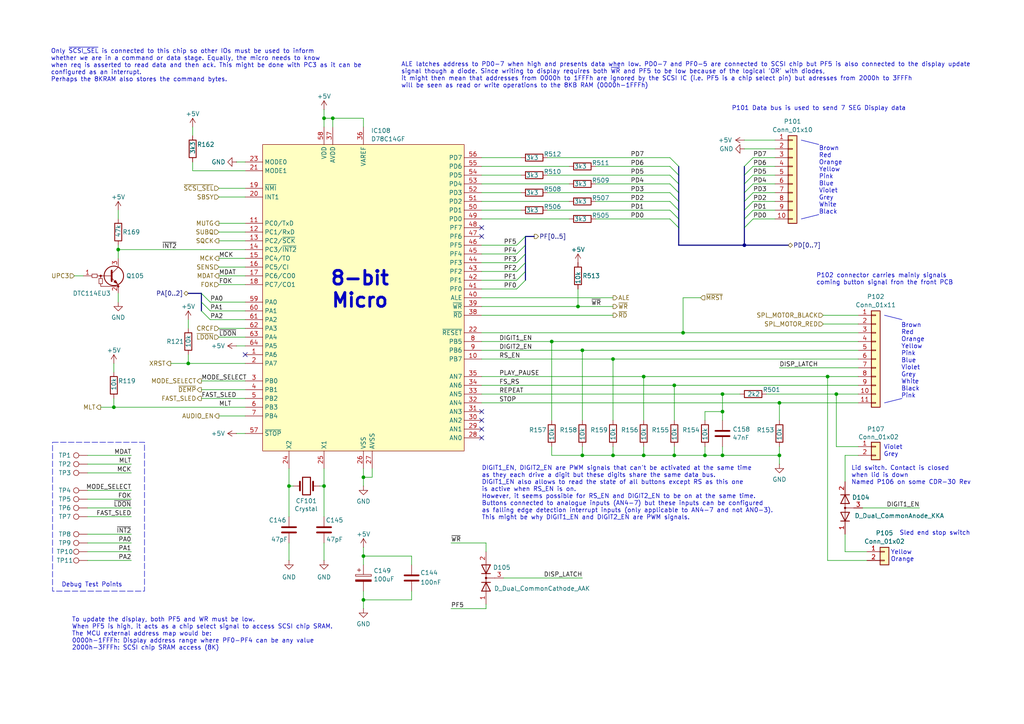
<source format=kicad_sch>
(kicad_sch (version 20231120) (generator "eeschema") (generator_version "8.0")
  (paper "A4")
  (title_block (title "PC-Engine CDR-30A (CD-ROM2) MAIN PWR Reproduction") (date "2025-02-26") (rev "0.1") (company "Author: Regis Galland"))
  (lib_symbols
    (symbol "Connector:TestPoint" (pin_numbers hide) (pin_names (offset 0.762) hide)
      (property "Reference" "TP" (at 0 6.858 0))
      (property "Value" "TestPoint" (at 0 5.08 0))
      (symbol "TestPoint_0_1"
        (circle (center 0 3.302) (radius 0.762))
      )
      (symbol "TestPoint_1_1"
        (pin passive line (at 0 0 90) (length 2.54) (name "1") (number "1"))
      )
    )
    (symbol "Connector_Generic:Conn_01x02" (pin_names (offset 1.016) hide)
      (property "Reference" "J" (at 0 2.54 0))
      (property "Value" "Conn_01x02" (at 0 -5.08 0))
      (symbol "Conn_01x02_1_1"
        (rectangle (start -1.27 -2.413) (end 0 -2.667) (stroke (width 0.1524)))
        (rectangle (start -1.27 0.127) (end 0 -0.127) (stroke (width 0.1524)))
        (rectangle (start -1.27 1.27) (end 1.27 -3.81) (stroke (width 0.254)) (fill (type background)))
        (pin passive line (at -5.08 0 0) (length 3.81) (name "Pin_1") (number "1"))
        (pin passive line (at -5.08 -2.54 0) (length 3.81) (name "Pin_2") (number "2"))
      )
    )
    (symbol "Connector_Generic:Conn_01x10" (pin_names (offset 1.016) hide)
      (property "Reference" "J" (at 0 12.7 0))
      (property "Value" "Conn_01x10" (at 0 -15.24 0))
      (symbol "Conn_01x10_1_1"
        (rectangle (start -1.27 -12.573) (end 0 -12.827) (stroke (width 0.1524)))
        (rectangle (start -1.27 -10.033) (end 0 -10.287) (stroke (width 0.1524)))
        (rectangle (start -1.27 -7.493) (end 0 -7.747) (stroke (width 0.1524)))
        (rectangle (start -1.27 -4.953) (end 0 -5.207) (stroke (width 0.1524)))
        (rectangle (start -1.27 -2.413) (end 0 -2.667) (stroke (width 0.1524)))
        (rectangle (start -1.27 0.127) (end 0 -0.127) (stroke (width 0.1524)))
        (rectangle (start -1.27 2.667) (end 0 2.413) (stroke (width 0.1524)))
        (rectangle (start -1.27 5.207) (end 0 4.953) (stroke (width 0.1524)))
        (rectangle (start -1.27 7.747) (end 0 7.493) (stroke (width 0.1524)))
        (rectangle (start -1.27 10.287) (end 0 10.033) (stroke (width 0.1524)))
        (rectangle (start -1.27 11.43) (end 1.27 -13.97) (stroke (width 0.254)) (fill (type background)))
        (pin passive line (at -5.08 10.16 0) (length 3.81) (name "Pin_1") (number "1"))
        (pin passive line (at -5.08 -12.7 0) (length 3.81) (name "Pin_10") (number "10"))
        (pin passive line (at -5.08 7.62 0) (length 3.81) (name "Pin_2") (number "2"))
        (pin passive line (at -5.08 5.08 0) (length 3.81) (name "Pin_3") (number "3"))
        (pin passive line (at -5.08 2.54 0) (length 3.81) (name "Pin_4") (number "4"))
        (pin passive line (at -5.08 0 0) (length 3.81) (name "Pin_5") (number "5"))
        (pin passive line (at -5.08 -2.54 0) (length 3.81) (name "Pin_6") (number "6"))
        (pin passive line (at -5.08 -5.08 0) (length 3.81) (name "Pin_7") (number "7"))
        (pin passive line (at -5.08 -7.62 0) (length 3.81) (name "Pin_8") (number "8"))
        (pin passive line (at -5.08 -10.16 0) (length 3.81) (name "Pin_9") (number "9"))
      )
    )
    (symbol "Connector_Generic:Conn_01x11" (pin_names (offset 1.016) hide)
      (property "Reference" "J" (at 0 15.24 0))
      (property "Value" "Conn_01x11" (at 0 -15.24 0))
      (symbol "Conn_01x11_1_1"
        (rectangle (start -1.27 -12.573) (end 0 -12.827) (stroke (width 0.1524)))
        (rectangle (start -1.27 -10.033) (end 0 -10.287) (stroke (width 0.1524)))
        (rectangle (start -1.27 -7.493) (end 0 -7.747) (stroke (width 0.1524)))
        (rectangle (start -1.27 -4.953) (end 0 -5.207) (stroke (width 0.1524)))
        (rectangle (start -1.27 -2.413) (end 0 -2.667) (stroke (width 0.1524)))
        (rectangle (start -1.27 0.127) (end 0 -0.127) (stroke (width 0.1524)))
        (rectangle (start -1.27 2.667) (end 0 2.413) (stroke (width 0.1524)))
        (rectangle (start -1.27 5.207) (end 0 4.953) (stroke (width 0.1524)))
        (rectangle (start -1.27 7.747) (end 0 7.493) (stroke (width 0.1524)))
        (rectangle (start -1.27 10.287) (end 0 10.033) (stroke (width 0.1524)))
        (rectangle (start -1.27 12.827) (end 0 12.573) (stroke (width 0.1524)))
        (rectangle (start -1.27 13.97) (end 1.27 -13.97) (stroke (width 0.254)) (fill (type background)))
        (pin passive line (at -5.08 12.7 0) (length 3.81) (name "Pin_1") (number "1"))
        (pin passive line (at -5.08 -10.16 0) (length 3.81) (name "Pin_10") (number "10"))
        (pin passive line (at -5.08 -12.7 0) (length 3.81) (name "Pin_11") (number "11"))
        (pin passive line (at -5.08 10.16 0) (length 3.81) (name "Pin_2") (number "2"))
        (pin passive line (at -5.08 7.62 0) (length 3.81) (name "Pin_3") (number "3"))
        (pin passive line (at -5.08 5.08 0) (length 3.81) (name "Pin_4") (number "4"))
        (pin passive line (at -5.08 2.54 0) (length 3.81) (name "Pin_5") (number "5"))
        (pin passive line (at -5.08 0 0) (length 3.81) (name "Pin_6") (number "6"))
        (pin passive line (at -5.08 -2.54 0) (length 3.81) (name "Pin_7") (number "7"))
        (pin passive line (at -5.08 -5.08 0) (length 3.81) (name "Pin_8") (number "8"))
        (pin passive line (at -5.08 -7.62 0) (length 3.81) (name "Pin_9") (number "9"))
      )
    )
    (symbol "Device:C" (pin_numbers hide) (pin_names (offset 0.254))
      (property "Reference" "C" (at 0.635 2.54 0))
      (property "Value" "C" (at 0.635 -2.54 0))
      (symbol "C_0_1"
        (polyline (pts (xy -2.032 -0.762) (xy 2.032 -0.762)) (stroke (width 0.508)))
        (polyline (pts (xy -2.032 0.762) (xy 2.032 0.762)) (stroke (width 0.508)))
      )
      (symbol "C_1_1"
        (pin passive line (at 0 3.81 270) (length 2.794) (name "~") (number "1"))
        (pin passive line (at 0 -3.81 90) (length 2.794) (name "~") (number "2"))
      )
    )
    (symbol "Device:C_Polarized" (pin_numbers hide) (pin_names (offset 0.254))
      (property "Reference" "C" (at 0.635 2.54 0))
      (property "Value" "C_Polarized" (at 0.635 -2.54 0))
      (symbol "C_Polarized_0_1"
        (rectangle (start -2.286 0.508) (end 2.286 1.016))
        (polyline (pts (xy -1.778 2.286) (xy -0.762 2.286)))
        (polyline (pts (xy -1.27 2.794) (xy -1.27 1.778)))
        (rectangle (start 2.286 -0.508) (end -2.286 -1.016) (fill (type outline)))
      )
      (symbol "C_Polarized_1_1"
        (pin passive line (at 0 3.81 270) (length 2.794) (name "~") (number "1"))
        (pin passive line (at 0 -3.81 90) (length 2.794) (name "~") (number "2"))
      )
    )
    (symbol "Device:Crystal" (pin_numbers hide) (pin_names (offset 1.016) hide)
      (property "Reference" "Y" (at 0 3.81 0))
      (property "Value" "Crystal" (at 0 -3.81 0))
      (symbol "Crystal_0_1"
        (rectangle (start -1.143 2.54) (end 1.143 -2.54) (stroke (width 0.3048)))
        (polyline (pts (xy -2.54 0) (xy -1.905 0)))
        (polyline (pts (xy -1.905 -1.27) (xy -1.905 1.27)) (stroke (width 0.508)))
        (polyline (pts (xy 1.905 -1.27) (xy 1.905 1.27)) (stroke (width 0.508)))
        (polyline (pts (xy 2.54 0) (xy 1.905 0)))
      )
      (symbol "Crystal_1_1"
        (pin passive line (at -3.81 0 0) (length 1.27) (name "1") (number "1"))
        (pin passive line (at 3.81 0 180) (length 1.27) (name "2") (number "2"))
      )
    )
    (symbol "Device:D_Dual_CommonAnode_KKA" (pin_names (offset 0.762) hide)
      (property "Reference" "D" (at 1.27 -2.54 0))
      (property "Value" "D_Dual_CommonAnode_KKA" (at 0 2.54 0))
      (symbol "D_Dual_CommonAnode_KKA_0_1"
        (polyline (pts (xy -3.81 0) (xy 3.81 0)))
        (polyline (pts (xy 0 0) (xy 0 -2.54)))
        (polyline (pts (xy -3.81 1.27) (xy -3.81 -1.27) (xy -3.81 -1.27)) (stroke (width 0.254)))
        (polyline (pts (xy 3.81 1.27) (xy 3.81 -1.27) (xy 3.81 -1.27)) (stroke (width 0.254)))
        (polyline (pts (xy -1.27 -1.27) (xy -3.81 0) (xy -1.27 1.27) (xy -1.27 -1.27) (xy -1.27 -1.27) (xy -1.27 -1.27)) (stroke (width 0.254)))
        (polyline (pts (xy 1.27 1.27) (xy 3.81 0) (xy 1.27 -1.27) (xy 1.27 1.27) (xy 1.27 1.27) (xy 1.27 1.27)) (stroke (width 0.254)))
        (circle (center 0 0) (radius 0.254) (fill (type outline)))
        (pin passive line (at -7.62 0 0) (length 3.81) (name "K") (number "1"))
        (pin passive line (at 7.62 0 180) (length 3.81) (name "K") (number "2"))
        (pin passive line (at 0 -5.08 90) (length 2.54) (name "A") (number "3"))
      )
    )
    (symbol "Device:D_Dual_CommonCathode_AAK" (pin_names (offset 0.762) hide)
      (property "Reference" "D" (at 1.27 -2.54 0))
      (property "Value" "D_Dual_CommonCathode_AAK" (at 0 2.54 0))
      (symbol "D_Dual_CommonCathode_AAK_0_1"
        (polyline (pts (xy -3.81 0) (xy 3.81 0)))
        (polyline (pts (xy 0 0) (xy 0 -2.54)))
        (polyline (pts (xy -1.27 -1.27) (xy -1.27 1.27) (xy -1.27 1.27)) (stroke (width 0.254)))
        (polyline (pts (xy 1.27 -1.27) (xy 1.27 1.27) (xy 1.27 1.27)) (stroke (width 0.254)))
        (polyline (pts (xy -3.81 1.27) (xy -1.27 0) (xy -3.81 -1.27) (xy -3.81 1.27) (xy -3.81 1.27) (xy -3.81 1.27)) (stroke (width 0.254)))
        (polyline (pts (xy 3.81 -1.27) (xy 1.27 0) (xy 3.81 1.27) (xy 3.81 -1.27) (xy 3.81 -1.27) (xy 3.81 -1.27)) (stroke (width 0.254)))
        (circle (center 0 0) (radius 0.254) (fill (type outline)))
        (pin passive line (at -7.62 0 0) (length 3.81) (name "A") (number "1"))
        (pin passive line (at 7.62 0 180) (length 3.81) (name "A") (number "2"))
        (pin passive line (at 0 -5.08 90) (length 2.54) (name "K") (number "3"))
      )
    )
    (symbol "Device:R" (pin_numbers hide) (pin_names (offset 0))
      (property "Reference" "R" (at 2.032 0 90))
      (property "Value" "R" (at 0 0 90))
      (symbol "R_0_1"
        (rectangle (start -1.016 -2.54) (end 1.016 2.54) (stroke (width 0.254)))
      )
      (symbol "R_1_1"
        (pin passive line (at 0 3.81 270) (length 1.27) (name "~") (number "1"))
        (pin passive line (at 0 -3.81 90) (length 1.27) (name "~") (number "2"))
      )
    )
    (symbol "PC-Engine_CDR-30:D78C14GF"
      (property "Reference" "IC108" (at 16.1641 44.6575 0))
      (property "Value" "D78C14GF" (at 16.1641 42.2332 0))
      (symbol "D78C14GF_1_1"
        (rectangle (start -29.21 40.64) (end 29.21 -48.26) (fill (type background)))
        (pin passive line (at -34.29 -20.32 0) (length 5.08) (name "PA6") (number "1"))
        (pin passive line (at 34.29 -21.59 180) (length 5.08) (name "PB7") (number "10"))
        (pin passive line (at -34.29 17.78 0) (length 5.08) (name "PC0/TxD") (number "11"))
        (pin passive line (at -34.29 15.24 0) (length 5.08) (name "PC1/RxD") (number "12"))
        (pin passive line (at -34.29 12.7 0) (length 5.08) (name "PC2/~{SCK}") (number "13"))
        (pin passive line (at -34.29 10.16 0) (length 5.08) (name "PC3/~{INT2}") (number "14"))
        (pin passive line (at -34.29 7.62 0) (length 5.08) (name "PC4/TO") (number "15"))
        (pin passive line (at -34.29 5.08 0) (length 5.08) (name "PC5/CI") (number "16"))
        (pin passive line (at -34.29 2.54 0) (length 5.08) (name "PC6/CO0") (number "17"))
        (pin passive line (at -34.29 0 0) (length 5.08) (name "PC7/CO1") (number "18"))
        (pin passive line (at -34.29 27.94 0) (length 5.08) (name "~{NMI}") (number "19"))
        (pin passive line (at -34.29 -22.86 0) (length 5.08) (name "PA7") (number "2"))
        (pin passive line (at -34.29 25.4 0) (length 5.08) (name "INT1") (number "20"))
        (pin passive line (at -34.29 33.02 0) (length 5.08) (name "MODE1") (number "21"))
        (pin passive line (at 34.29 -13.97 180) (length 5.08) (name "~{RESET}") (number "22"))
        (pin passive line (at -34.29 35.56 0) (length 5.08) (name "MODE0") (number "23"))
        (pin passive line (at -21.59 -53.34 90) (length 5.08) (name "X2") (number "24"))
        (pin passive line (at -11.43 -53.34 90) (length 5.08) (name "X1") (number "25"))
        (pin passive line (at 0 -53.34 90) (length 5.08) (name "VSS") (number "26"))
        (pin passive line (at 2.54 -53.34 90) (length 5.08) (name "AVSS") (number "27"))
        (pin passive line (at 34.29 -44.45 180) (length 5.08) (name "AN0") (number "28"))
        (pin passive line (at 34.29 -41.91 180) (length 5.08) (name "AN1") (number "29"))
        (pin passive line (at -34.29 -27.94 0) (length 5.08) (name "PB0") (number "3"))
        (pin passive line (at 34.29 -39.37 180) (length 5.08) (name "AN2") (number "30"))
        (pin passive line (at 34.29 -36.83 180) (length 5.08) (name "AN3") (number "31"))
        (pin passive line (at 34.29 -34.29 180) (length 5.08) (name "AN4") (number "32"))
        (pin passive line (at 34.29 -31.75 180) (length 5.08) (name "AN5") (number "33"))
        (pin passive line (at 34.29 -29.21 180) (length 5.08) (name "AN6") (number "34"))
        (pin passive line (at 34.29 -26.67 180) (length 5.08) (name "AN7") (number "35"))
        (pin passive line (at 0 45.72 270) (length 5.08) (name "VAREF") (number "36"))
        (pin passive line (at -8.89 45.72 270) (length 5.08) (name "AVDD") (number "37"))
        (pin passive line (at 34.29 -8.89 180) (length 5.08) (name "~{RD}") (number "38"))
        (pin passive line (at 34.29 -6.35 180) (length 5.08) (name "~{WR}") (number "39"))
        (pin passive line (at -34.29 -30.48 0) (length 5.08) (name "PB1") (number "4"))
        (pin passive line (at 34.29 -3.81 180) (length 5.08) (name "ALE") (number "40"))
        (pin passive line (at 34.29 -1.27 180) (length 5.08) (name "PF0") (number "41"))
        (pin passive line (at 34.29 1.27 180) (length 5.08) (name "PF1") (number "42"))
        (pin passive line (at 34.29 3.81 180) (length 5.08) (name "PF2") (number "43"))
        (pin passive line (at 34.29 6.35 180) (length 5.08) (name "PF3") (number "44"))
        (pin passive line (at 34.29 8.89 180) (length 5.08) (name "PF4") (number "45"))
        (pin passive line (at 34.29 11.43 180) (length 5.08) (name "PF5") (number "46"))
        (pin passive line (at 34.29 13.97 180) (length 5.08) (name "PF6") (number "47"))
        (pin passive line (at 34.29 16.51 180) (length 5.08) (name "PF7") (number "48"))
        (pin passive line (at 34.29 19.05 180) (length 5.08) (name "PD0") (number "49"))
        (pin passive line (at -34.29 -33.02 0) (length 5.08) (name "PB2") (number "5"))
        (pin passive line (at 34.29 21.59 180) (length 5.08) (name "PD1") (number "50"))
        (pin passive line (at 34.29 24.13 180) (length 5.08) (name "PD2") (number "51"))
        (pin passive line (at 34.29 26.67 180) (length 5.08) (name "PD3") (number "52"))
        (pin passive line (at 34.29 29.21 180) (length 5.08) (name "PD4") (number "53"))
        (pin passive line (at 34.29 31.75 180) (length 5.08) (name "PD5") (number "54"))
        (pin passive line (at 34.29 34.29 180) (length 5.08) (name "PD6") (number "55"))
        (pin passive line (at 34.29 36.83 180) (length 5.08) (name "PD7") (number "56"))
        (pin passive line (at -34.29 -43.18 0) (length 5.08) (name "~{STOP}") (number "57"))
        (pin passive line (at -11.43 45.72 270) (length 5.08) (name "VDD") (number "58"))
        (pin passive line (at -34.29 -5.08 0) (length 5.08) (name "PA0") (number "59"))
        (pin passive line (at -34.29 -35.56 0) (length 5.08) (name "PB3") (number "6"))
        (pin passive line (at -34.29 -7.62 0) (length 5.08) (name "PA1") (number "60"))
        (pin passive line (at -34.29 -10.16 0) (length 5.08) (name "PA2") (number "61"))
        (pin passive line (at -34.29 -12.7 0) (length 5.08) (name "PA3") (number "62"))
        (pin passive line (at -34.29 -15.24 0) (length 5.08) (name "PA4") (number "63"))
        (pin passive line (at -34.29 -17.78 0) (length 5.08) (name "PA5") (number "64"))
        (pin passive line (at -34.29 -38.1 0) (length 5.08) (name "PB4") (number "7"))
        (pin passive line (at 34.29 -16.51 180) (length 5.08) (name "PB5") (number "8"))
        (pin passive line (at 34.29 -19.05 180) (length 5.08) (name "PB6") (number "9"))
      )
    )
    (symbol "PC-Engine_CDR-30:DTC114EU3" (pin_names hide)
      (property "Reference" "Q" (at 3.81 1.27 0))
      (property "Value" "DTC114EU3" (at 3.81 -1.27 0))
      (symbol "DTC114EU3_0_1"
        (rectangle (start -6.35 0.508) (end -4.826 -0.508))
        (rectangle (start -4.318 -2.286) (end -3.302 -0.762))
        (circle (center -3.81 0) (radius 0.254) (fill (type outline)))
        (polyline (pts (xy -3.81 -0.762) (xy -3.81 0)))
        (polyline (pts (xy -0.762 0) (xy -4.826 0)))
        (polyline (pts (xy -0.635 1.524) (xy -0.635 -1.524)) (stroke (width 0.508)))
        (polyline (pts (xy -3.81 -2.286) (xy -3.81 -3.048) (xy 1.27 -3.048)))
        (circle (center 1.27 -3.048) (radius 0.254) (fill (type outline)))
      )
      (symbol "DTC114EU3_1_1"
        (polyline (pts (xy -0.635 0.635) (xy 1.27 2.54)))
        (polyline (pts (xy -0.635 -0.635) (xy 1.27 -2.54) (xy 1.27 -2.54)))
        (polyline (pts (xy 0 -1.778) (xy 0.508 -1.27) (xy 1.016 -2.286) (xy 0 -1.778) (xy 0 -1.778)) (fill (type outline)))
        (circle (center 0 0) (radius 2.8194) (stroke (width 0.254)))
        (pin input line (at -8.89 0 0) (length 2.54) (name "B") (number "1"))
        (pin passive line (at 1.27 -5.08 90) (length 2.54) (name "E") (number "2"))
        (pin passive line (at 1.27 5.08 270) (length 2.54) (name "C") (number "3"))
      )
    )
    (symbol "power:+5V" (power) (pin_numbers hide) (pin_names (offset 0) hide)
      (property "Value" "+5V" (at 0 3.556 0))
      (symbol "+5V_0_1"
        (polyline (pts (xy -0.762 1.27) (xy 0 2.54)))
        (polyline (pts (xy 0 0) (xy 0 2.54)))
        (polyline (pts (xy 0 2.54) (xy 0.762 1.27)))
      )
      (symbol "+5V_1_1"
        (pin power_in line (at 0 0 90) (length 0) (name "~") (number "1"))
      )
    )
    (symbol "power:GND" (power) (pin_numbers hide) (pin_names (offset 0) hide)
      (property "Value" "GND" (at 0 -3.81 0))
      (symbol "GND_0_1"
        (polyline (pts (xy 0 0) (xy 0 -1.27) (xy 1.27 -1.27) (xy 0 -2.54) (xy -1.27 -1.27) (xy 0 -1.27)))
      )
      (symbol "GND_1_1"
        (pin power_in line (at 0 0 270) (length 0) (name "~") (number "1"))
      )
    )
  )
  (junction (at 105.41 161.29))
  (junction (at 209.55 119.38))
  (junction (at 93.98 140.97))
  (junction (at 93.98 34.29))
  (junction (at 105.41 173.99))
  (junction (at 34.29 72.39))
  (junction (at 105.41 138.43))
  (junction (at 198.12 96.52))
  (junction (at 33.02 118.11))
  (junction (at 240.03 109.22))
  (junction (at 242.57 114.3))
  (junction (at 177.8 132.08))
  (junction (at 195.58 132.08))
  (junction (at 168.91 101.6))
  (junction (at 186.69 132.08))
  (junction (at 168.91 132.08))
  (junction (at 226.06 116.84))
  (junction (at 204.47 132.08))
  (junction (at 167.64 88.9))
  (junction (at 209.55 132.08))
  (junction (at 215.9 71.12))
  (junction (at 160.02 99.06))
  (junction (at 186.69 109.22))
  (junction (at 209.55 114.3))
  (junction (at 54.61 105.41))
  (junction (at 96.52 34.29))
  (junction (at 195.58 111.76))
  (junction (at 226.06 132.08))
  (junction (at 83.82 140.97))
  (junction (at 177.8 104.14))
  (no_connect (at 139.7 68.58))
  (no_connect (at 139.7 119.38))
  (no_connect (at 139.7 66.04))
  (no_connect (at 139.7 121.92))
  (no_connect (at 71.12 102.87))
  (no_connect (at 139.7 124.46))
  (no_connect (at 139.7 127))
  (bus_entry (at 196.85 55.88) (size -2.54 -2.54))
  (bus_entry (at 196.85 58.42) (size -2.54 -2.54))
  (bus_entry (at 149.86 83.82) (size 2.54 -2.54))
  (bus_entry (at 196.85 48.26) (size -2.54 -2.54))
  (bus_entry (at 218.44 58.42) (size -2.54 2.54))
  (bus_entry (at 218.44 45.72) (size -2.54 2.54))
  (bus_entry (at 149.86 73.66) (size 2.54 -2.54))
  (bus_entry (at 196.85 60.96) (size -2.54 -2.54))
  (bus_entry (at 58.42 90.17) (size 2.54 2.54))
  (bus_entry (at 218.44 48.26) (size -2.54 2.54))
  (bus_entry (at 58.42 85.09) (size 2.54 2.54))
  (bus_entry (at 196.85 50.8) (size -2.54 -2.54))
  (bus_entry (at 149.86 71.12) (size 2.54 -2.54))
  (bus_entry (at 218.44 53.34) (size -2.54 2.54))
  (bus_entry (at 58.42 87.63) (size 2.54 2.54))
  (bus_entry (at 218.44 55.88) (size -2.54 2.54))
  (bus_entry (at 196.85 66.04) (size -2.54 -2.54))
  (bus_entry (at 218.44 60.96) (size -2.54 2.54))
  (bus_entry (at 149.86 78.74) (size 2.54 -2.54))
  (bus_entry (at 149.86 76.2) (size 2.54 -2.54))
  (bus_entry (at 149.86 81.28) (size 2.54 -2.54))
  (bus_entry (at 218.44 50.8) (size -2.54 2.54))
  (bus_entry (at 196.85 53.34) (size -2.54 -2.54))
  (bus_entry (at 196.85 63.5) (size -2.54 -2.54))
  (bus_entry (at 218.44 63.5) (size -2.54 2.54))
  (wire (pts (xy 224.79 43.18) (xy 215.9 43.18)))
  (wire (pts (xy 139.7 50.8) (xy 151.13 50.8)))
  (wire (pts (xy 140.97 157.48) (xy 140.97 160.02)))
  (wire (pts (xy 186.69 129.54) (xy 186.69 132.08)))
  (wire (pts (xy 34.29 60.96) (xy 34.29 63.5)))
  (wire (pts (xy 58.42 115.57) (xy 71.12 115.57)))
  (wire (pts (xy 63.5 77.47) (xy 71.12 77.47)))
  (wire (pts (xy 209.55 114.3) (xy 214.63 114.3)))
  (wire (pts (xy 105.41 161.29) (xy 105.41 163.83)))
  (bus (pts (xy 215.9 58.42) (xy 215.9 60.96)))
  (bus (pts (xy 54.61 85.09) (xy 58.42 85.09)))
  (wire (pts (xy 33.02 115.57) (xy 33.02 118.11)))
  (wire (pts (xy 226.06 116.84) (xy 248.92 116.84)))
  (wire (pts (xy 139.7 91.44) (xy 177.8 91.44)))
  (wire (pts (xy 177.8 104.14) (xy 177.8 121.92)))
  (wire (pts (xy 242.57 114.3) (xy 248.92 114.3)))
  (wire (pts (xy 186.69 109.22) (xy 240.03 109.22)))
  (wire (pts (xy 38.1 137.16) (xy 25.4 137.16)))
  (wire (pts (xy 139.7 55.88) (xy 151.13 55.88)))
  (wire (pts (xy 105.41 161.29) (xy 119.38 161.29)))
  (wire (pts (xy 58.42 110.49) (xy 71.12 110.49)))
  (wire (pts (xy 209.55 114.3) (xy 209.55 119.38)))
  (wire (pts (xy 71.12 67.31) (xy 63.5 67.31)))
  (bus (pts (xy 215.9 50.8) (xy 215.9 53.34)))
  (wire (pts (xy 168.91 129.54) (xy 168.91 132.08)))
  (polyline (pts (xy 256.54 116.84) (xy 261.62 115.57)))
  (wire (pts (xy 54.61 102.87) (xy 54.61 105.41)))
  (bus (pts (xy 215.9 60.96) (xy 215.9 63.5)))
  (wire (pts (xy 34.29 87.63) (xy 34.29 85.09)))
  (wire (pts (xy 195.58 111.76) (xy 248.92 111.76)))
  (wire (pts (xy 251.46 160.02) (xy 245.11 160.02)))
  (wire (pts (xy 119.38 161.29) (xy 119.38 163.83)))
  (wire (pts (xy 240.03 109.22) (xy 248.92 109.22)))
  (wire (pts (xy 55.88 46.99) (xy 55.88 49.53)))
  (wire (pts (xy 139.7 99.06) (xy 160.02 99.06)))
  (wire (pts (xy 168.91 167.64) (xy 146.05 167.64)))
  (wire (pts (xy 63.5 97.79) (xy 71.12 97.79)))
  (bus (pts (xy 196.85 58.42) (xy 196.85 55.88)))
  (wire (pts (xy 238.76 93.98) (xy 248.92 93.98)))
  (wire (pts (xy 168.91 132.08) (xy 177.8 132.08)))
  (wire (pts (xy 105.41 138.43) (xy 105.41 140.97)))
  (wire (pts (xy 139.7 116.84) (xy 226.06 116.84)))
  (wire (pts (xy 209.55 132.08) (xy 226.06 132.08)))
  (wire (pts (xy 218.44 45.72) (xy 224.79 45.72)))
  (wire (pts (xy 160.02 129.54) (xy 160.02 132.08)))
  (wire (pts (xy 55.88 36.83) (xy 55.88 39.37)))
  (wire (pts (xy 139.7 45.72) (xy 151.13 45.72)))
  (wire (pts (xy 130.81 176.53) (xy 140.97 176.53)))
  (bus (pts (xy 196.85 50.8) (xy 196.85 53.34)))
  (wire (pts (xy 198.12 96.52) (xy 248.92 96.52)))
  (wire (pts (xy 130.81 157.48) (xy 140.97 157.48)))
  (wire (pts (xy 242.57 114.3) (xy 222.25 114.3)))
  (wire (pts (xy 63.5 120.65) (xy 71.12 120.65)))
  (wire (pts (xy 139.7 86.36) (xy 177.8 86.36)))
  (wire (pts (xy 160.02 99.06) (xy 248.92 99.06)))
  (wire (pts (xy 177.8 129.54) (xy 177.8 132.08)))
  (wire (pts (xy 68.58 125.73) (xy 71.12 125.73)))
  (polyline (pts (xy 256.54 91.44) (xy 261.62 92.71)))
  (wire (pts (xy 204.47 129.54) (xy 204.47 132.08)))
  (wire (pts (xy 83.82 135.89) (xy 83.82 140.97)))
  (bus (pts (xy 215.9 48.26) (xy 215.9 50.8)))
  (wire (pts (xy 218.44 63.5) (xy 224.79 63.5)))
  (wire (pts (xy 60.96 90.17) (xy 71.12 90.17)))
  (wire (pts (xy 49.53 105.41) (xy 54.61 105.41)))
  (wire (pts (xy 226.06 129.54) (xy 226.06 132.08)))
  (wire (pts (xy 33.02 105.41) (xy 33.02 107.95)))
  (wire (pts (xy 195.58 132.08) (xy 204.47 132.08)))
  (wire (pts (xy 248.92 129.54) (xy 242.57 129.54)))
  (bus (pts (xy 58.42 87.63) (xy 58.42 85.09)))
  (wire (pts (xy 139.7 58.42) (xy 165.1 58.42)))
  (wire (pts (xy 139.7 81.28) (xy 149.86 81.28)))
  (wire (pts (xy 139.7 88.9) (xy 167.64 88.9)))
  (wire (pts (xy 38.1 134.62) (xy 25.4 134.62)))
  (wire (pts (xy 139.7 53.34) (xy 165.1 53.34)))
  (wire (pts (xy 139.7 48.26) (xy 165.1 48.26)))
  (wire (pts (xy 218.44 58.42) (xy 224.79 58.42)))
  (wire (pts (xy 245.11 139.7) (xy 245.11 132.08)))
  (wire (pts (xy 186.69 132.08) (xy 195.58 132.08)))
  (wire (pts (xy 139.7 78.74) (xy 149.86 78.74)))
  (wire (pts (xy 204.47 119.38) (xy 204.47 121.92)))
  (wire (pts (xy 172.72 63.5) (xy 194.31 63.5)))
  (wire (pts (xy 139.7 111.76) (xy 195.58 111.76)))
  (wire (pts (xy 204.47 132.08) (xy 209.55 132.08)))
  (wire (pts (xy 139.7 60.96) (xy 151.13 60.96)))
  (wire (pts (xy 139.7 71.12) (xy 149.86 71.12)))
  (bus (pts (xy 152.4 78.74) (xy 152.4 81.28)))
  (bus (pts (xy 215.9 53.34) (xy 215.9 55.88)))
  (wire (pts (xy 38.1 157.48) (xy 25.4 157.48)))
  (wire (pts (xy 251.46 162.56) (xy 240.03 162.56)))
  (bus (pts (xy 215.9 66.04) (xy 215.9 71.12)))
  (wire (pts (xy 218.44 50.8) (xy 224.79 50.8)))
  (wire (pts (xy 55.88 49.53) (xy 71.12 49.53)))
  (wire (pts (xy 245.11 132.08) (xy 248.92 132.08)))
  (wire (pts (xy 226.06 116.84) (xy 226.06 121.92)))
  (wire (pts (xy 240.03 109.22) (xy 240.03 162.56)))
  (bus (pts (xy 152.4 76.2) (xy 152.4 78.74)))
  (wire (pts (xy 38.1 160.02) (xy 25.4 160.02)))
  (bus (pts (xy 196.85 60.96) (xy 196.85 58.42)))
  (wire (pts (xy 38.1 149.86) (xy 25.4 149.86)))
  (wire (pts (xy 38.1 147.32) (xy 25.4 147.32)))
  (wire (pts (xy 68.58 46.99) (xy 71.12 46.99)))
  (wire (pts (xy 38.1 132.08) (xy 25.4 132.08)))
  (wire (pts (xy 63.5 74.93) (xy 71.12 74.93)))
  (polyline (pts (xy 232.41 63.5) (xy 237.49 62.23)))
  (wire (pts (xy 160.02 132.08) (xy 168.91 132.08)))
  (wire (pts (xy 63.5 54.61) (xy 71.12 54.61)))
  (wire (pts (xy 38.1 142.24) (xy 25.4 142.24)))
  (bus (pts (xy 196.85 66.04) (xy 196.85 63.5)))
  (bus (pts (xy 196.85 71.12) (xy 196.85 66.04)))
  (wire (pts (xy 83.82 140.97) (xy 83.82 149.86)))
  (wire (pts (xy 105.41 171.45) (xy 105.41 173.99)))
  (wire (pts (xy 96.52 34.29) (xy 96.52 36.83)))
  (wire (pts (xy 38.1 154.94) (xy 25.4 154.94)))
  (wire (pts (xy 139.7 104.14) (xy 177.8 104.14)))
  (wire (pts (xy 139.7 76.2) (xy 149.86 76.2)))
  (wire (pts (xy 218.44 55.88) (xy 224.79 55.88)))
  (wire (pts (xy 209.55 129.54) (xy 209.55 132.08)))
  (wire (pts (xy 158.75 60.96) (xy 194.31 60.96)))
  (wire (pts (xy 168.91 101.6) (xy 248.92 101.6)))
  (wire (pts (xy 203.2 86.36) (xy 198.12 86.36)))
  (bus (pts (xy 196.85 50.8) (xy 196.85 48.26)))
  (wire (pts (xy 38.1 144.78) (xy 25.4 144.78)))
  (wire (pts (xy 139.7 109.22) (xy 186.69 109.22)))
  (wire (pts (xy 83.82 140.97) (xy 85.09 140.97)))
  (wire (pts (xy 139.7 96.52) (xy 198.12 96.52)))
  (wire (pts (xy 160.02 99.06) (xy 160.02 121.92)))
  (bus (pts (xy 196.85 63.5) (xy 196.85 60.96)))
  (wire (pts (xy 105.41 176.53) (xy 105.41 173.99)))
  (wire (pts (xy 167.64 83.82) (xy 167.64 88.9)))
  (wire (pts (xy 105.41 135.89) (xy 105.41 138.43)))
  (wire (pts (xy 34.29 72.39) (xy 34.29 74.93)))
  (wire (pts (xy 158.75 50.8) (xy 194.31 50.8)))
  (wire (pts (xy 226.06 106.68) (xy 248.92 106.68)))
  (bus (pts (xy 215.9 55.88) (xy 215.9 58.42)))
  (wire (pts (xy 218.44 60.96) (xy 224.79 60.96)))
  (wire (pts (xy 105.41 138.43) (xy 107.95 138.43)))
  (wire (pts (xy 172.72 53.34) (xy 194.31 53.34)))
  (wire (pts (xy 158.75 55.88) (xy 194.31 55.88)))
  (wire (pts (xy 139.7 83.82) (xy 149.86 83.82)))
  (wire (pts (xy 218.44 48.26) (xy 224.79 48.26)))
  (wire (pts (xy 186.69 121.92) (xy 186.69 109.22)))
  (wire (pts (xy 63.5 80.01) (xy 71.12 80.01)))
  (wire (pts (xy 198.12 86.36) (xy 198.12 96.52)))
  (wire (pts (xy 93.98 140.97) (xy 93.98 149.86)))
  (wire (pts (xy 139.7 101.6) (xy 168.91 101.6)))
  (wire (pts (xy 93.98 140.97) (xy 93.98 135.89)))
  (bus (pts (xy 152.4 71.12) (xy 152.4 73.66)))
  (bus (pts (xy 196.85 71.12) (xy 215.9 71.12)))
  (wire (pts (xy 105.41 158.75) (xy 105.41 161.29)))
  (wire (pts (xy 54.61 92.71) (xy 54.61 95.25)))
  (polyline (pts (xy 232.41 40.64) (xy 237.49 41.91)))
  (wire (pts (xy 93.98 34.29) (xy 96.52 34.29)))
  (wire (pts (xy 105.41 34.29) (xy 96.52 34.29)))
  (wire (pts (xy 266.7 147.32) (xy 250.19 147.32)))
  (wire (pts (xy 139.7 114.3) (xy 209.55 114.3)))
  (wire (pts (xy 71.12 113.03) (xy 58.42 113.03)))
  (bus (pts (xy 215.9 71.12) (xy 228.6 71.12)))
  (bus (pts (xy 58.42 90.17) (xy 58.42 87.63)))
  (bus (pts (xy 152.4 68.58) (xy 152.4 71.12)))
  (wire (pts (xy 226.06 132.08) (xy 226.06 134.62)))
  (bus (pts (xy 215.9 63.5) (xy 215.9 66.04)))
  (wire (pts (xy 172.72 58.42) (xy 194.31 58.42)))
  (wire (pts (xy 83.82 162.56) (xy 83.82 157.48)))
  (wire (pts (xy 158.75 45.72) (xy 194.31 45.72)))
  (wire (pts (xy 168.91 101.6) (xy 168.91 121.92)))
  (bus (pts (xy 152.4 68.58) (xy 154.94 68.58)))
  (wire (pts (xy 38.1 162.56) (xy 25.4 162.56)))
  (wire (pts (xy 245.11 160.02) (xy 245.11 154.94)))
  (wire (pts (xy 63.5 57.15) (xy 71.12 57.15)))
  (wire (pts (xy 34.29 71.12) (xy 34.29 72.39)))
  (wire (pts (xy 140.97 176.53) (xy 140.97 175.26)))
  (wire (pts (xy 218.44 53.34) (xy 224.79 53.34)))
  (wire (pts (xy 167.64 88.9) (xy 177.8 88.9)))
  (wire (pts (xy 224.79 40.64) (xy 215.9 40.64)))
  (bus (pts (xy 196.85 55.88) (xy 196.85 53.34)))
  (wire (pts (xy 172.72 48.26) (xy 194.31 48.26)))
  (wire (pts (xy 139.7 73.66) (xy 149.86 73.66)))
  (wire (pts (xy 107.95 138.43) (xy 107.95 135.89)))
  (wire (pts (xy 195.58 121.92) (xy 195.58 111.76)))
  (wire (pts (xy 29.21 118.11) (xy 33.02 118.11)))
  (wire (pts (xy 60.96 92.71) (xy 71.12 92.71)))
  (wire (pts (xy 177.8 132.08) (xy 186.69 132.08)))
  (wire (pts (xy 105.41 36.83) (xy 105.41 34.29)))
  (wire (pts (xy 63.5 95.25) (xy 71.12 95.25)))
  (wire (pts (xy 195.58 129.54) (xy 195.58 132.08)))
  (wire (pts (xy 93.98 36.83) (xy 93.98 34.29)))
  (wire (pts (xy 68.58 100.33) (xy 71.12 100.33)))
  (wire (pts (xy 204.47 119.38) (xy 209.55 119.38)))
  (wire (pts (xy 93.98 140.97) (xy 92.71 140.97)))
  (wire (pts (xy 119.38 171.45) (xy 119.38 173.99)))
  (wire (pts (xy 139.7 63.5) (xy 165.1 63.5)))
  (wire (pts (xy 63.5 82.55) (xy 71.12 82.55)))
  (wire (pts (xy 242.57 129.54) (xy 242.57 114.3)))
  (bus (pts (xy 152.4 73.66) (xy 152.4 76.2)))
  (wire (pts (xy 71.12 64.77) (xy 63.5 64.77)))
  (wire (pts (xy 21.59 80.01) (xy 24.13 80.01)))
  (wire (pts (xy 34.29 72.39) (xy 71.12 72.39)))
  (wire (pts (xy 60.96 87.63) (xy 71.12 87.63)))
  (wire (pts (xy 33.02 118.11) (xy 71.12 118.11)))
  (wire (pts (xy 177.8 104.14) (xy 248.92 104.14)))
  (wire (pts (xy 105.41 173.99) (xy 119.38 173.99)))
  (wire (pts (xy 248.92 91.44) (xy 238.76 91.44)))
  (wire (pts (xy 93.98 31.75) (xy 93.98 34.29)))
  (wire (pts (xy 54.61 105.41) (xy 71.12 105.41)))
  (wire (pts (xy 93.98 162.56) (xy 93.98 157.48)))
  (wire (pts (xy 209.55 119.38) (xy 209.55 121.92)))
  (wire (pts (xy 71.12 69.85) (xy 63.5 69.85)))
  (rectangle (start 15.24 128.27) (end 41.91 171.45) (stroke (width 0) (type dash)))
  (text "Lid switch. Contact is closed\nwhen lid is down\nNamed P106 on some CDR-30 Rev" (at 246.888 137.922 0) (effects (font (size 1.27 1.27)) (justify left)))
  (text "Brown\nRed\nOrange\nYellow\nPink\nBlue\nViolet\nGrey\nWhite\nBlack" (at 237.49 52.324 0) (effects (font (size 1.27 1.27)) (justify left)))
  (text "8-bit\nMicro" (at 104.394 84.074 0) (effects (font (size 4 4) (thickness 0.8) (bold yes))))
  (text "P102 connector carries mainly signals\ncoming button signal fron the front PCB" (at 236.728 81.026 0) (effects (font (size 1.27 1.27)) (justify left)))
  (text "ALE latches address to PD0-7 when high and presents data when low. PD0-7 and PF0-5 are connected to SCSI chip but PF5 is also connected to the display update \nsignal though a diode. Since writing to display requires both ~{WR} and PF5 to be low because of the logical 'OR' with diodes,\nit might then mean that addresses from 0000h to 1FFFh are ignored by the SCSI IC (i.e. PF5 is a chip select pin) but adresses from 2000h to 3FFFh\nwill be seen as read or write operations to the 8KB RAM (0000h-1FFFh)  " (at 116.332 21.844 0) (effects (font (size 1.27 1.27)) (justify left)))
  (text "DIGIT1_EN, DIGIT2_EN are PWM signals that can't be activated at the same time\nas they each drive a digit but these digits share the same data bus.\nDIGIT1_EN also allows to read the state of all buttons except RS as this one\nis active when RS_EN is on. \nHowever, it seems possible for RS_EN and DIGIT2_EN to be on at the same time.\nButtons connected to analogue inputs (AN4-7) but these inputs can be configured\nas falling edge detection interrupt inputs (only applicable to AN4-7 and not AN0-3).\nThis might be why DIGIT1_EN and DIGIT2_EN are PWM signals." (at 139.7 135.128 0) (effects (font (size 1.27 1.27)) (justify left top)))
  (text "Brown\nRed\nOrange\nYellow\nPink\nBlue\nViolet\nGrey\nWhite\nBlack\nPink" (at 261.366 104.648 0) (effects (font (size 1.27 1.27)) (justify left)))
  (text "To update the display, both PF5 and WR must be low.\nWhen PF5 is high, it acts as a chip select signal to access SCSI chip SRAM.\nThe MCU external address map would be:\n0000h-1FFFh: Display address range where PF0-PF4 can be any value\n2000h-3FFFh: SCSI chip SRAM access (8K)" (at 20.828 183.896 0) (effects (font (size 1.27 1.27)) (justify left)))
  (text "P101 Data bus is used to send 7 SEG Display data" (at 237.49 31.496 0) (effects (font (size 1.27 1.27))))
  (text "Violet\nGrey" (at 256.286 130.81 0) (effects (font (size 1.27 1.27)) (justify left)))
  (text "Debug Test Points" (at 26.67 169.672 0) (effects (font (size 1.27 1.27))))
  (text "Sled end stop switch" (at 260.858 154.686 0) (effects (font (size 1.27 1.27)) (justify left)))
  (text "Only ~{SCSI_SEL} is connected to this chip so other IOs must be used to inform\nwhether we are in a command or data stage. Equally, the micro needs to know \nwhen req is asserted to read data and then ack. This might be done with PC3 as it can be\nconfigured as an interrupt.\nPerhaps the 8KRAM also stores the command bytes.\n" (at 14.732 19.05 0) (effects (font (size 1.27 1.27)) (justify left)))
  (text "Yellow\nOrange" (at 258.318 161.29 0) (effects (font (size 1.27 1.27)) (justify left)))
  (label "PF4" (at 149.86 73.66 180))
  (label "~{INT2}" (at 38.1 154.94 180))
  (label "PF5" (at 130.81 176.53 0))
  (label "PF5" (at 149.86 71.12 180))
  (label "DISP_LATCH" (at 168.91 167.64 180))
  (label "MDAT" (at 38.1 132.08 180))
  (label "PD7" (at 182.88 45.72 0))
  (label "RS_EN" (at 144.78 104.14 0))
  (label "MCK" (at 63.5 74.93 0))
  (label "PD2" (at 218.44 58.42 0))
  (label "PD4" (at 182.88 53.34 0))
  (label "PD1" (at 182.88 60.96 0))
  (label "FAST_SLED" (at 58.42 115.57 0))
  (label "PD7" (at 218.44 45.72 0))
  (label "PA2" (at 38.1 162.56 180))
  (label "~{WR}" (at 171.45 88.9 0))
  (label "MLT" (at 63.5 118.11 0))
  (label "DISP_LATCH" (at 226.06 106.68 0))
  (label "PD6" (at 182.88 48.26 0))
  (label "PD3" (at 182.88 55.88 0))
  (label "MDAT" (at 63.5 80.01 0))
  (label "PF0" (at 149.86 83.82 180))
  (label "PD6" (at 218.44 48.26 0))
  (label "FOK" (at 38.1 144.78 180))
  (label "~{LDON}" (at 63.5 97.79 0))
  (label "PLAY_PAUSE" (at 144.78 109.22 0))
  (label "PF1" (at 149.86 81.28 180))
  (label "MLT" (at 38.1 134.62 180))
  (label "MCK" (at 38.1 137.16 180))
  (label "PF3" (at 149.86 76.2 180))
  (label "~{LDON}" (at 38.1 147.32 180))
  (label "PD0" (at 218.44 63.5 0))
  (label "STOP" (at 144.78 116.84 0))
  (label "PD4" (at 218.44 53.34 0))
  (label "FOK" (at 63.5 82.55 0))
  (label "DIGIT1_EN" (at 144.78 99.06 0))
  (label "FAST_SLED" (at 38.1 149.86 180))
  (label "MODE_SELECT" (at 58.42 110.49 0))
  (label "~{WR}" (at 130.81 157.48 0))
  (label "PD0" (at 182.88 63.5 0))
  (label "REPEAT" (at 144.78 114.3 0))
  (label "~{INT2}" (at 46.99 72.39 0))
  (label "FS_RS" (at 144.78 111.76 0))
  (label "PA1" (at 38.1 160.02 180))
  (label "DIGIT1_EN" (at 266.7 147.32 180))
  (label "PD2" (at 182.88 58.42 0))
  (label "PD5" (at 182.88 50.8 0))
  (label "PA2" (at 60.96 92.71 0))
  (label "DIGIT2_EN" (at 144.78 101.6 0))
  (label "PA1" (at 60.96 90.17 0))
  (label "PA0" (at 60.96 87.63 0))
  (label "PF2" (at 149.86 78.74 180))
  (label "PD3" (at 218.44 55.88 0))
  (label "PD1" (at 218.44 60.96 0))
  (label "PA0" (at 38.1 157.48 180))
  (label "MODE_SELECT" (at 38.1 142.24 180))
  (label "PD5" (at 218.44 50.8 0))
  (hierarchical_label "~{WR}" (shape output) (at 177.8 88.9 0))
  (hierarchical_label "~{LDON}" (shape input) (at 63.5 97.79 180))
  (hierarchical_label "MCK" (shape output) (at 63.5 74.93 180))
  (hierarchical_label "PA[0..2]" (shape bidirectional) (at 54.61 85.09 180))
  (hierarchical_label "PD[0..7]" (shape bidirectional) (at 228.6 71.12 0))
  (hierarchical_label "MODE_SELECT" (shape output) (at 58.42 110.49 180))
  (hierarchical_label "UPC3" (shape input) (at 21.59 80.01 180))
  (hierarchical_label "SENS" (shape input) (at 63.5 77.47 180))
  (hierarchical_label "SPL_MOTOR_BLACK" (shape input) (at 238.76 91.44 180))
  (hierarchical_label "XRST" (shape output) (at 49.53 105.41 180))
  (hierarchical_label "FAST_SLED" (shape output) (at 58.42 115.57 180))
  (hierarchical_label "SQCK" (shape output) (at 63.5 69.85 180))
  (hierarchical_label "~{RD}" (shape output) (at 177.8 91.44 0))
  (hierarchical_label "PF[0..5]" (shape output) (at 154.94 68.58 0))
  (hierarchical_label "FOK" (shape input) (at 63.5 82.55 180))
  (hierarchical_label "SBSY" (shape input) (at 63.5 57.15 180))
  (hierarchical_label "SUBQ" (shape input) (at 63.5 67.31 180))
  (hierarchical_label "~{DEMP}" (shape output) (at 58.42 113.03 180))
  (hierarchical_label "MDAT" (shape output) (at 63.5 80.01 180))
  (hierarchical_label "SPL_MOTOR_RED" (shape input) (at 238.76 93.98 180))
  (hierarchical_label "~{SCSI_SEL}" (shape input) (at 63.5 54.61 180))
  (hierarchical_label "CRCF" (shape input) (at 63.5 95.25 180))
  (hierarchical_label "AUDIO_EN" (shape output) (at 63.5 120.65 180))
  (hierarchical_label "~{MRST}" (shape input) (at 203.2 86.36 0))
  (hierarchical_label "MUTG" (shape output) (at 63.5 64.77 180))
  (hierarchical_label "ALE" (shape output) (at 177.8 86.36 0))
  (hierarchical_label "MLT" (shape output) (at 29.21 118.11 180))
  (symbol (lib_id "Connector:TestPoint") (at 25.4 134.62 90) (unit 1)
    (property "Reference" "TP2" (at 18.796 134.62 90))
    (property "Value" "TestPoint" (effects (hide yes)))
    (property "Footprint" "TestPoint:TestPoint_Pad_D1.5mm" (effects (hide yes)))
    (property "Description" "test point" (effects (hide yes)))
  )
  (symbol (lib_id "power:GND") (at 226.06 134.62 0) (mirror y) (unit 1)
    (property "Reference" "#PWR0141" (effects (hide yes)))
    (property "Value" "GND" (at 226.06 139.0634 0))
    (property "Description" "Power symbol creates a global label with name \"GND\" , ground" (effects (hide yes)))
  )
  (symbol (lib_id "Device:R") (at 218.44 114.3 90) (mirror x) (unit 1)
    (property "Reference" "R501" (at 221.234 113.03 90) (effects (justify right)))
    (property "Value" "2k2" (at 216.789 114.3 90) (effects (justify right)))
    (property "Footprint" "Resistor_SMD:R_0603_1608Metric" (effects (hide yes)))
  )
  (symbol (lib_id "PC-Engine_CDR-30:DTC114EU3") (at 33.02 80.01 0) (unit 1)
    (property "Reference" "Q105" (at 36.576 80.01 0) (effects (justify left)))
    (property "Value" "DTC114EU3" (at 21.082 85.09 0) (effects (justify left)))
    (property "Footprint" "Package_TO_SOT_SMD:SOT-23" (effects (hide yes)))
    (property "Datasheet" "https://fscdn.rohm.com/en/products/databook/datasheet/discrete/transistor/digital/dtc114ee3-e.pdf" (effects (hide yes)))
    (property "Description" "NPN bias resistor transistor, base/emitter/collector, 10k, 10k, marking 2421" (effects (hide yes)))
    (property "Sim.Device" "PNP" (effects (hide yes)))
    (property "Sim.Type" "GUMMELPOON" (effects (hide yes)))
    (property "Sim.Pins" "1=C 2=B 3=E" (effects (hide yes)))
  )
  (symbol (lib_id "Device:D_Dual_CommonAnode_KKA") (at 245.11 147.32 90) (unit 1)
    (property "Reference" "D104" (at 249.682 144.272 90))
    (property "Value" "D_Dual_CommonAnode_KKA" (at 260.858 149.606 90))
    (property "Footprint" "Package_TO_SOT_SMD:SOT-23" (effects (hide yes)))
    (property "Description" "Dual diode, common anode on pin 3" (effects (hide yes)))
  )
  (symbol (lib_id "Connector:TestPoint") (at 25.4 137.16 90) (unit 1)
    (property "Reference" "TP3" (at 18.796 137.16 90))
    (property "Value" "TestPoint" (effects (hide yes)))
    (property "Footprint" "TestPoint:TestPoint_Pad_D1.5mm" (effects (hide yes)))
    (property "Description" "test point" (effects (hide yes)))
  )
  (symbol (lib_id "power:GND") (at 105.41 140.97 0) (unit 1)
    (property "Reference" "#PWR0138" (effects (hide yes)))
    (property "Value" "GND" (at 105.41 145.4134 0))
    (property "Description" "Power symbol creates a global label with name \"GND\" , ground" (effects (hide yes)))
  )
  (symbol (lib_id "Connector:TestPoint") (at 25.4 147.32 90) (unit 1)
    (property "Reference" "TP6" (at 18.796 147.32 90))
    (property "Value" "TestPoint" (effects (hide yes)))
    (property "Footprint" "TestPoint:TestPoint_Pad_D1.5mm" (effects (hide yes)))
    (property "Description" "test point" (effects (hide yes)))
  )
  (symbol (lib_id "Device:C") (at 83.82 153.67 180) (unit 1)
    (property "Reference" "C146" (at 80.518 150.876 0))
    (property "Value" "47pF" (at 81.026 156.464 0))
    (property "Footprint" "Capacitor_SMD:C_0603_1608Metric" (effects (hide yes)))
  )
  (symbol (lib_id "power:+5V") (at 55.88 36.83 0) (mirror y) (unit 1)
    (property "Reference" "#PWR0126" (effects (hide yes)))
    (property "Value" "+5V" (at 55.88 33.02 0))
    (property "Description" "Power symbol creates a global label with name \"+5V\"" (effects (hide yes)))
  )
  (symbol (lib_id "Connector_Generic:Conn_01x02") (at 256.54 160.02 0) (unit 1)
    (property "Reference" "P105" (at 256.54 154.6055 0))
    (property "Value" "Conn_01x02" (at 256.54 157.0298 0))
    (property "Footprint" "Connector_JST:JST_ZH_B2B-ZR_1x02_P1.50mm_Vertical" (effects (hide yes)))
    (property "Description" "Generic connector, single row, 01x02, script generated (kicad-library-utils/schlib/autogen/connector/)" (effects (hide yes)))
  )
  (symbol (lib_id "Device:R") (at 195.58 125.73 180) (unit 1)
    (property "Reference" "R155" (at 188.976 124.714 0) (effects (justify right)))
    (property "Value" "10k" (at 195.58 127.762 90) (effects (justify right)))
    (property "Footprint" "Resistor_SMD:R_0603_1608Metric" (effects (hide yes)))
  )
  (symbol (lib_id "Device:Crystal") (at 88.9 140.97 180) (unit 1)
    (property "Reference" "CF101" (at 91.948 145.288 0) (effects (justify left)))
    (property "Value" "Crystal" (at 92.202 147.574 0) (effects (justify left)))
    (property "Footprint" "Crystal:Crystal_HC18-U_Vertical" (effects (hide yes)))
    (property "Description" "Two pin crystal" (effects (hide yes)))
  )
  (symbol (lib_id "Device:R") (at 154.94 55.88 270) (mirror x) (unit 1)
    (property "Reference" "R508" (at 162.814 54.864 90) (effects (justify right)))
    (property "Value" "3k3" (at 156.21 55.88 90) (effects (justify right)))
    (property "Footprint" "Resistor_SMD:R_0603_1608Metric" (effects (hide yes)))
  )
  (symbol (lib_id "power:GND") (at 34.29 87.63 0) (unit 1)
    (property "Reference" "#PWR0132" (effects (hide yes)))
    (property "Value" "GND" (at 34.29 92.0734 0))
    (property "Description" "Power symbol creates a global label with name \"GND\" , ground" (effects (hide yes)))
  )
  (symbol (lib_id "Connector:TestPoint") (at 25.4 160.02 90) (unit 1)
    (property "Reference" "TP10" (at 18.796 160.02 90))
    (property "Value" "TestPoint" (effects (hide yes)))
    (property "Footprint" "TestPoint:TestPoint_Pad_D1.5mm" (effects (hide yes)))
    (property "Description" "test point" (effects (hide yes)))
  )
  (symbol (lib_id "power:GND") (at 215.9 43.18 270) (unit 1)
    (property "Reference" "#PWR0102" (effects (hide yes)))
    (property "Value" "GND" (at 212.7251 43.18 90) (effects (justify right)))
    (property "Description" "Power symbol creates a global label with name \"GND\" , ground" (effects (hide yes)))
  )
  (symbol (lib_id "Connector:TestPoint") (at 25.4 154.94 90) (unit 1)
    (property "Reference" "TP8" (at 18.796 154.94 90))
    (property "Value" "TestPoint" (effects (hide yes)))
    (property "Footprint" "TestPoint:TestPoint_Pad_D1.5mm" (effects (hide yes)))
    (property "Description" "test point" (effects (hide yes)))
  )
  (symbol (lib_id "Connector_Generic:Conn_01x11") (at 254 104.14 0) (unit 1)
    (property "Reference" "P102" (at 254 86.0255 0))
    (property "Value" "Conn_01x11" (at 254 88.4498 0))
    (property "Footprint" "Connector_JST:JST_ZH_B11B-ZR_1x11_P1.50mm_Vertical" (effects (hide yes)))
    (property "Description" "Generic connector, single row, 01x11, script generated (kicad-library-utils/schlib/autogen/connector/)" (effects (hide yes)))
  )
  (symbol (lib_id "Device:C_Polarized") (at 105.41 167.64 0) (unit 1)
    (property "Reference" "C149" (at 108.331 165.5388 0) (effects (justify left)))
    (property "Value" "100uF" (at 108.331 167.9631 0) (effects (justify left)))
    (property "Footprint" "Capacitor_SMD:CP_Elec_5x5.4" (effects (hide yes)))
  )
  (symbol (lib_id "Device:R") (at 168.91 53.34 270) (mirror x) (unit 1)
    (property "Reference" "R509" (at 176.784 52.324 90) (effects (justify right)))
    (property "Value" "3k3" (at 170.18 53.34 90) (effects (justify right)))
    (property "Footprint" "Resistor_SMD:R_0603_1608Metric" (effects (hide yes)))
  )
  (symbol (lib_id "Connector:TestPoint") (at 25.4 144.78 90) (unit 1)
    (property "Reference" "TP5" (at 18.796 144.78 90))
    (property "Value" "TestPoint" (effects (hide yes)))
    (property "Footprint" "TestPoint:TestPoint_Pad_D1.5mm" (effects (hide yes)))
    (property "Description" "test point" (effects (hide yes)))
  )
  (symbol (lib_id "power:GND") (at 105.41 176.53 0) (unit 1)
    (property "Reference" "#PWR0107" (effects (hide yes)))
    (property "Value" "GND" (at 105.41 180.9734 0))
    (property "Description" "Power symbol creates a global label with name \"GND\" , ground" (effects (hide yes)))
  )
  (symbol (lib_id "power:+5V") (at 68.58 125.73 90) (unit 1)
    (property "Reference" "#PWR098" (effects (hide yes)))
    (property "Value" "+5V" (at 63.246 125.73 90))
    (property "Description" "Power symbol creates a global label with name \"+5V\"" (effects (hide yes)))
  )
  (symbol (lib_id "power:+5V") (at 215.9 40.64 90) (unit 1)
    (property "Reference" "#PWR0101" (effects (hide yes)))
    (property "Value" "+5V" (at 210.312 40.64 90))
    (property "Description" "Power symbol creates a global label with name \"+5V\"" (effects (hide yes)))
  )
  (symbol (lib_id "Connector:TestPoint") (at 25.4 162.56 90) (unit 1)
    (property "Reference" "TP11" (at 18.796 162.56 90))
    (property "Value" "TestPoint" (effects (hide yes)))
    (property "Footprint" "TestPoint:TestPoint_Pad_D1.5mm" (effects (hide yes)))
    (property "Description" "test point" (effects (hide yes)))
  )
  (symbol (lib_id "Device:R") (at 34.29 67.31 0) (mirror x) (unit 1)
    (property "Reference" "R169" (at 40.64 67.31 0) (effects (justify right)))
    (property "Value" "47k" (at 34.29 68.834 90) (effects (justify right)))
    (property "Footprint" "Resistor_SMD:R_0603_1608Metric" (effects (hide yes)))
  )
  (symbol (lib_id "power:GND") (at 68.58 46.99 270) (unit 1)
    (property "Reference" "#PWR096" (effects (hide yes)))
    (property "Value" "GND" (at 65.4051 46.99 90) (effects (justify right)))
    (property "Description" "Power symbol creates a global label with name \"GND\" , ground" (effects (hide yes)))
  )
  (symbol (lib_id "Device:R") (at 55.88 43.18 0) (mirror x) (unit 1)
    (property "Reference" "R162" (at 62.23 41.91 0) (effects (justify right)))
    (property "Value" "3k3" (at 55.88 44.704 90) (effects (justify right)))
    (property "Footprint" "Resistor_SMD:R_0603_1608Metric" (effects (hide yes)))
  )
  (symbol (lib_id "Connector:TestPoint") (at 25.4 142.24 90) (unit 1)
    (property "Reference" "TP4" (at 18.796 142.24 90))
    (property "Value" "TestPoint" (effects (hide yes)))
    (property "Footprint" "TestPoint:TestPoint_Pad_D1.5mm" (effects (hide yes)))
    (property "Description" "test point" (effects (hide yes)))
  )
  (symbol (lib_id "Connector:TestPoint") (at 25.4 149.86 90) (unit 1)
    (property "Reference" "TP7" (at 18.796 149.86 90))
    (property "Value" "TestPoint" (effects (hide yes)))
    (property "Footprint" "TestPoint:TestPoint_Pad_D1.5mm" (effects (hide yes)))
    (property "Description" "test point" (effects (hide yes)))
  )
  (symbol (lib_id "PC-Engine_CDR-30:D78C14GF") (at 105.41 82.55 0) (unit 1)
    (property "Reference" "IC108" (at 107.6041 37.8925 0) (effects (justify left)))
    (property "Value" "D78C14GF" (at 107.6041 40.3168 0) (effects (justify left)))
    (property "Footprint" "PC-Engine_CDR-30A:PQFP-64_20x14mm_P1.0mm" (effects (hide yes)))
  )
  (symbol (lib_id "Device:R") (at 167.64 80.01 0) (mirror y) (unit 1)
    (property "Reference" "R513" (at 168.91 80.01 0) (effects (justify right)))
    (property "Value" "10k" (at 167.64 78.74 90) (effects (justify right)))
    (property "Footprint" "Resistor_SMD:R_0603_1608Metric" (effects (hide yes)))
  )
  (symbol (lib_id "Device:R") (at 33.02 111.76 0) (mirror x) (unit 1)
    (property "Reference" "R119" (at 39.37 110.49 0) (effects (justify right)))
    (property "Value" "10k" (at 33.02 113.284 90) (effects (justify right)))
    (property "Footprint" "Resistor_SMD:R_0603_1608Metric" (effects (hide yes)))
  )
  (symbol (lib_id "Device:C") (at 119.38 167.64 180) (unit 1)
    (property "Reference" "C144" (at 124.46 166.116 0))
    (property "Value" "100nF" (at 124.968 168.91 0))
    (property "Footprint" "Capacitor_SMD:C_0603_1608Metric" (effects (hide yes)))
  )
  (symbol (lib_id "Device:R") (at 226.06 125.73 180) (unit 1)
    (property "Reference" "R153" (at 219.456 124.714 0) (effects (justify right)))
    (property "Value" "10k" (at 226.06 127.762 90) (effects (justify right)))
    (property "Footprint" "Resistor_SMD:R_0603_1608Metric" (effects (hide yes)))
  )
  (symbol (lib_id "Device:R") (at 168.91 58.42 270) (mirror x) (unit 1)
    (property "Reference" "R507" (at 176.784 57.404 90) (effects (justify right)))
    (property "Value" "3k3" (at 170.18 58.42 90) (effects (justify right)))
    (property "Footprint" "Resistor_SMD:R_0603_1608Metric" (effects (hide yes)))
  )
  (symbol (lib_id "power:+5V") (at 54.61 92.71 0) (unit 1)
    (property "Reference" "#PWR0136" (effects (hide yes)))
    (property "Value" "+5V" (at 54.61 88.9 0))
    (property "Description" "Power symbol creates a global label with name \"+5V\"" (effects (hide yes)))
  )
  (symbol (lib_id "power:+5V") (at 167.64 76.2 0) (unit 1)
    (property "Reference" "#PWR0131" (effects (hide yes)))
    (property "Value" "+5V" (at 167.64 72.39 0))
    (property "Description" "Power symbol creates a global label with name \"+5V\"" (effects (hide yes)))
  )
  (symbol (lib_id "Device:R") (at 154.94 50.8 270) (mirror x) (unit 1)
    (property "Reference" "R510" (at 162.814 49.784 90) (effects (justify right)))
    (property "Value" "3k3" (at 156.21 50.8 90) (effects (justify right)))
    (property "Footprint" "Resistor_SMD:R_0603_1608Metric" (effects (hide yes)))
  )
  (symbol (lib_id "Device:R") (at 204.47 125.73 180) (unit 1)
    (property "Reference" "R154" (at 197.866 124.714 0) (effects (justify right)))
    (property "Value" "10k" (at 204.47 127.762 90) (effects (justify right)))
    (property "Footprint" "Resistor_SMD:R_0603_1608Metric" (effects (hide yes)))
  )
  (symbol (lib_id "power:+5V") (at 68.58 100.33 90) (unit 1)
    (property "Reference" "#PWR097" (effects (hide yes)))
    (property "Value" "+5V" (at 63.246 100.33 90))
    (property "Description" "Power symbol creates a global label with name \"+5V\"" (effects (hide yes)))
  )
  (symbol (lib_id "Device:R") (at 177.8 125.73 180) (unit 1)
    (property "Reference" "R159" (at 171.196 124.714 0) (effects (justify right)))
    (property "Value" "10k" (at 177.8 127.762 90) (effects (justify right)))
    (property "Footprint" "Resistor_SMD:R_0603_1608Metric" (effects (hide yes)))
  )
  (symbol (lib_id "Connector:TestPoint") (at 25.4 132.08 90) (unit 1)
    (property "Reference" "TP1" (at 18.796 132.08 90))
    (property "Value" "TestPoint" (effects (hide yes)))
    (property "Footprint" "TestPoint:TestPoint_Pad_D1.5mm" (effects (hide yes)))
    (property "Description" "test point" (effects (hide yes)))
  )
  (symbol (lib_id "power:+5V") (at 105.41 158.75 0) (unit 1)
    (property "Reference" "#PWR0100" (effects (hide yes)))
    (property "Value" "+5V" (at 105.41 154.94 0))
    (property "Description" "Power symbol creates a global label with name \"+5V\"" (effects (hide yes)))
  )
  (symbol (lib_id "Connector:TestPoint") (at 25.4 157.48 90) (unit 1)
    (property "Reference" "TP9" (at 18.796 157.48 90))
    (property "Value" "TestPoint" (effects (hide yes)))
    (property "Footprint" "TestPoint:TestPoint_Pad_D1.5mm" (effects (hide yes)))
    (property "Description" "test point" (effects (hide yes)))
  )
  (symbol (lib_id "Device:R") (at 154.94 60.96 270) (mirror x) (unit 1)
    (property "Reference" "R506" (at 162.814 59.944 90) (effects (justify right)))
    (property "Value" "3k3" (at 156.21 60.96 90) (effects (justify right)))
    (property "Footprint" "Resistor_SMD:R_0603_1608Metric" (effects (hide yes)))
  )
  (symbol (lib_id "power:+5V") (at 93.98 31.75 0) (unit 1)
    (property "Reference" "#PWR0125" (effects (hide yes)))
    (property "Value" "+5V" (at 93.98 27.94 0))
    (property "Description" "Power symbol creates a global label with name \"+5V\"" (effects (hide yes)))
  )
  (symbol (lib_id "power:GND") (at 83.82 162.56 0) (unit 1)
    (property "Reference" "#PWR0134" (effects (hide yes)))
    (property "Value" "GND" (at 83.82 167.386 0))
    (property "Description" "Power symbol creates a global label with name \"GND\" , ground" (effects (hide yes)))
  )
  (symbol (lib_id "Connector_Generic:Conn_01x10") (at 229.87 50.8 0) (unit 1)
    (property "Reference" "P101" (at 229.87 35.2255 0))
    (property "Value" "Conn_01x10" (at 229.87 37.6498 0))
    (property "Footprint" "Connector_JST:JST_ZH_B10B-ZR_1x10_P1.50mm_Vertical" (effects (hide yes)))
    (property "Description" "Generic connector, single row, 01x10, script generated (kicad-library-utils/schlib/autogen/connector/)" (effects (hide yes)))
  )
  (symbol (lib_id "Device:R") (at 160.02 125.73 180) (unit 1)
    (property "Reference" "R157" (at 153.416 124.714 0) (effects (justify right)))
    (property "Value" "10k" (at 160.02 127.762 90) (effects (justify right)))
    (property "Footprint" "Resistor_SMD:R_0603_1608Metric" (effects (hide yes)))
  )
  (symbol (lib_id "power:GND") (at 93.98 162.56 0) (unit 1)
    (property "Reference" "#PWR0135" (effects (hide yes)))
    (property "Value" "GND" (at 93.98 167.386 0))
    (property "Description" "Power symbol creates a global label with name \"GND\" , ground" (effects (hide yes)))
  )
  (symbol (lib_id "Device:C") (at 209.55 125.73 0) (unit 1)
    (property "Reference" "C158" (at 212.471 124.5178 0) (effects (justify left)))
    (property "Value" "47nF" (at 212.471 126.9421 0) (effects (justify left)))
    (property "Footprint" "Capacitor_SMD:C_0603_1608Metric" (effects (hide yes)))
  )
  (symbol (lib_id "Connector_Generic:Conn_01x02") (at 254 129.54 0) (unit 1)
    (property "Reference" "P107" (at 251.46 124.46 0) (effects (justify left)))
    (property "Value" "Conn_01x02" (at 248.92 126.746 0) (effects (justify left)))
    (property "Footprint" "Connector_JST:JST_ZH_B2B-ZR_1x02_P1.50mm_Vertical" (effects (hide yes)))
    (property "Description" "Generic connector, single row, 01x02, script generated (kicad-library-utils/schlib/autogen/connector/)" (effects (hide yes)))
  )
  (symbol (lib_id "power:+5V") (at 33.02 105.41 0) (mirror y) (unit 1)
    (property "Reference" "#PWR0133" (effects (hide yes)))
    (property "Value" "+5V" (at 33.02 101.6 0))
    (property "Description" "Power symbol creates a global label with name \"+5V\"" (effects (hide yes)))
  )
  (symbol (lib_id "Device:R") (at 154.94 45.72 270) (mirror x) (unit 1)
    (property "Reference" "R512" (at 162.814 44.704 90) (effects (justify right)))
    (property "Value" "3k3" (at 156.21 45.72 90) (effects (justify right)))
    (property "Footprint" "Resistor_SMD:R_0603_1608Metric" (effects (hide yes)))
  )
  (symbol (lib_id "Device:R") (at 168.91 63.5 270) (mirror x) (unit 1)
    (property "Reference" "R505" (at 176.784 62.484 90) (effects (justify right)))
    (property "Value" "3k3" (at 170.18 63.5 90) (effects (justify right)))
    (property "Footprint" "Resistor_SMD:R_0603_1608Metric" (effects (hide yes)))
  )
  (symbol (lib_id "Device:R") (at 186.69 125.73 180) (unit 1)
    (property "Reference" "R156" (at 180.086 124.714 0) (effects (justify right)))
    (property "Value" "10k" (at 186.69 127.762 90) (effects (justify right)))
    (property "Footprint" "Resistor_SMD:R_0603_1608Metric" (effects (hide yes)))
  )
  (symbol (lib_id "power:+5V") (at 34.29 60.96 0) (mirror y) (unit 1)
    (property "Reference" "#PWR0130" (effects (hide yes)))
    (property "Value" "+5V" (at 34.29 57.15 0))
    (property "Description" "Power symbol creates a global label with name \"+5V\"" (effects (hide yes)))
  )
  (symbol (lib_id "Device:C") (at 93.98 153.67 0) (unit 1)
    (property "Reference" "C145" (at 97.028 150.876 0))
    (property "Value" "47pF" (at 97.028 156.464 0))
    (property "Footprint" "Capacitor_SMD:C_0603_1608Metric" (effects (hide yes)))
  )
  (symbol (lib_id "Device:R") (at 54.61 99.06 180) (unit 1)
    (property "Reference" "R121" (at 48.26 99.06 0) (effects (justify right)))
    (property "Value" "10k" (at 54.61 100.838 90) (effects (justify right)))
    (property "Footprint" "Resistor_SMD:R_0603_1608Metric" (effects (hide yes)))
  )
  (symbol (lib_id "Device:R") (at 168.91 125.73 180) (unit 1)
    (property "Reference" "R158" (at 162.306 124.714 0) (effects (justify right)))
    (property "Value" "10k" (at 168.91 127.762 90) (effects (justify right)))
    (property "Footprint" "Resistor_SMD:R_0603_1608Metric" (effects (hide yes)))
  )
  (symbol (lib_id "Device:D_Dual_CommonCathode_AAK") (at 140.97 167.64 90) (unit 1)
    (property "Reference" "D105" (at 145.542 164.592 90))
    (property "Value" "D_Dual_CommonCathode_AAK" (at 157.226 170.688 90))
    (property "Footprint" "Package_TO_SOT_SMD:SOT-23" (effects (hide yes)))
    (property "Description" "Dual diode, common cathode on pin 3" (effects (hide yes)))
  )
  (symbol (lib_id "Device:R") (at 168.91 48.26 270) (mirror x) (unit 1)
    (property "Reference" "R511" (at 176.784 47.244 90) (effects (justify right)))
    (property "Value" "3k3" (at 170.18 48.26 90) (effects (justify right)))
    (property "Footprint" "Resistor_SMD:R_0603_1608Metric" (effects (hide yes)))
  )
)
</source>
